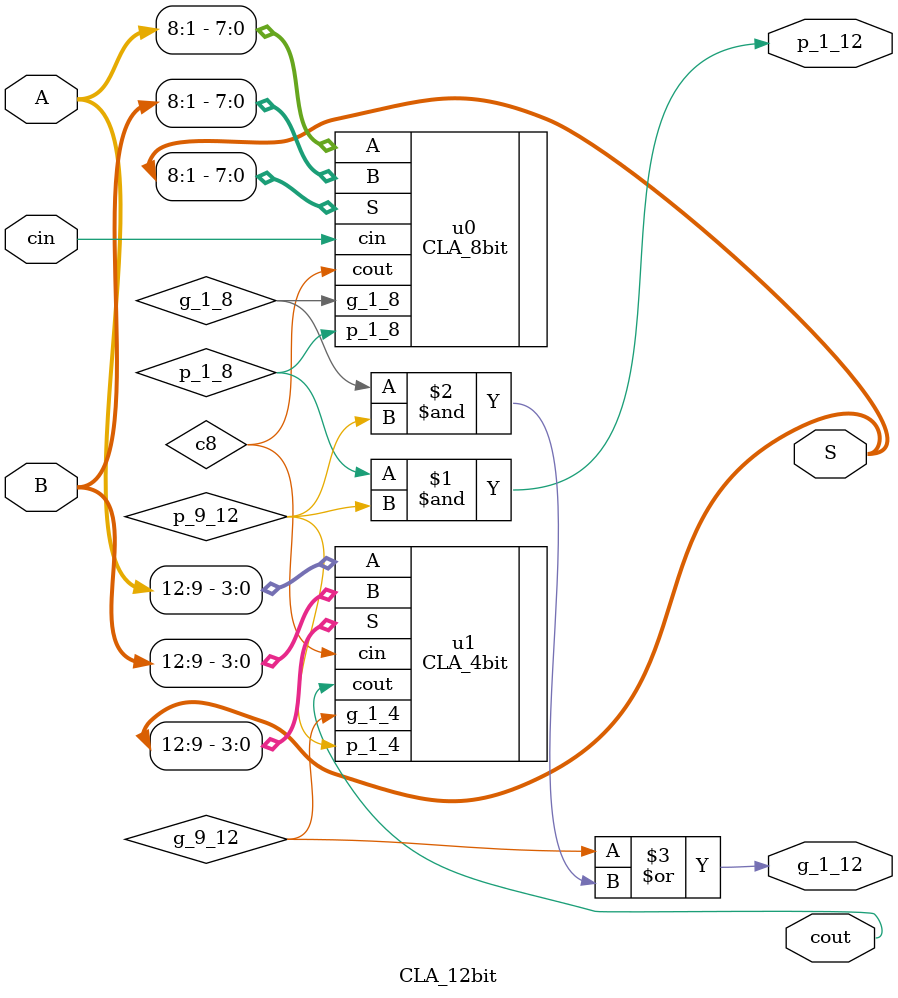
<source format=v>
module CLA_12bit #(
    parameter width=12
)(
    input wire [width:1] A,
    input wire [width:1] B,
    input wire cin,
    output wire [width:1] S,
    output wire cout,
    output wire p_1_12,
    output wire g_1_12
);

    wire c8;
    wire p_1_8, g_1_8;
    wire p_9_12, g_9_12;

    CLA_8bit #(.width(8)) u0 (
        .A(A[8:1]),
        .B(B[8:1]),
        .cin(cin),
        .S(S[8:1]),
        .cout(c8),
        .p_1_8(p_1_8),
        .g_1_8(g_1_8)
    );
    CLA_4bit #(.width(4)) u1 (
        .A(A[12:9]),
        .B(B[12:9]),
        .cin(c8),
        .S(S[12:9]),
        .cout(cout),
        .p_1_4(p_9_12),
        .g_1_4(g_9_12)
    );
    assign p_1_12 = p_1_8 & p_9_12;
    assign g_1_12 = g_9_12|(g_1_8&p_9_12);
endmodule

</source>
